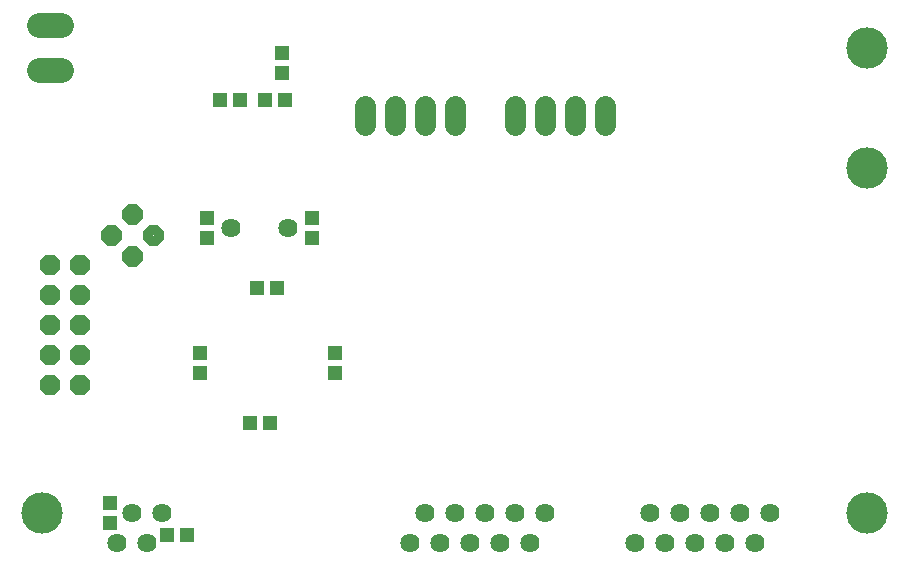
<source format=gbs>
G75*
G70*
%OFA0B0*%
%FSLAX24Y24*%
%IPPOS*%
%LPD*%
%AMOC8*
5,1,8,0,0,1.08239X$1,22.5*
%
%ADD10OC8,0.0680*%
%ADD11C,0.0640*%
%ADD12R,0.0474X0.0513*%
%ADD13R,0.0513X0.0474*%
%ADD14C,0.0144*%
%ADD15C,0.0830*%
%ADD16C,0.0714*%
%ADD17C,0.1379*%
D10*
X005044Y009820D03*
X006044Y009820D03*
X006044Y010820D03*
X005044Y010820D03*
X005044Y011820D03*
X006044Y011820D03*
X006044Y012820D03*
X005044Y012820D03*
X005044Y013820D03*
X006044Y013820D03*
D11*
X007294Y004570D03*
X008294Y004570D03*
X008794Y005570D03*
X007794Y005570D03*
X017044Y004570D03*
X018044Y004570D03*
X019044Y004570D03*
X020044Y004570D03*
X021044Y004570D03*
X021544Y005570D03*
X020544Y005570D03*
X019544Y005570D03*
X018544Y005570D03*
X017544Y005570D03*
X024544Y004570D03*
X025544Y004570D03*
X026544Y004570D03*
X027544Y004570D03*
X028544Y004570D03*
X029044Y005570D03*
X028044Y005570D03*
X027044Y005570D03*
X026044Y005570D03*
X025044Y005570D03*
X012994Y015070D03*
X011094Y015070D03*
D12*
X010294Y015404D03*
X010294Y014735D03*
X013794Y014735D03*
X013794Y015404D03*
X014544Y010904D03*
X014544Y010235D03*
X010044Y010235D03*
X010044Y010904D03*
X007044Y005904D03*
X007044Y005235D03*
X012794Y020235D03*
X012794Y020904D03*
D13*
X012878Y019320D03*
X012209Y019320D03*
X011378Y019320D03*
X010709Y019320D03*
X011959Y013070D03*
X012628Y013070D03*
X012378Y008570D03*
X011709Y008570D03*
X009628Y004820D03*
X008959Y004820D03*
D14*
X008009Y014160D02*
X008081Y014232D01*
X008081Y013994D01*
X007913Y013826D01*
X007675Y013826D01*
X007507Y013994D01*
X007507Y014232D01*
X007675Y014400D01*
X007913Y014400D01*
X008081Y014232D01*
X007973Y014187D01*
X007973Y014039D01*
X007868Y013934D01*
X007720Y013934D01*
X007615Y014039D01*
X007615Y014187D01*
X007720Y014292D01*
X007868Y014292D01*
X007973Y014187D01*
X007865Y014143D01*
X007865Y014083D01*
X007824Y014042D01*
X007764Y014042D01*
X007723Y014083D01*
X007723Y014143D01*
X007764Y014184D01*
X007824Y014184D01*
X007865Y014143D01*
X008716Y014867D02*
X008788Y014939D01*
X008788Y014701D01*
X008620Y014533D01*
X008382Y014533D01*
X008214Y014701D01*
X008214Y014939D01*
X008382Y015107D01*
X008620Y015107D01*
X008788Y014939D01*
X008680Y014894D01*
X008680Y014746D01*
X008575Y014641D01*
X008427Y014641D01*
X008322Y014746D01*
X008322Y014894D01*
X008427Y014999D01*
X008575Y014999D01*
X008680Y014894D01*
X008572Y014850D01*
X008572Y014790D01*
X008531Y014749D01*
X008471Y014749D01*
X008430Y014790D01*
X008430Y014850D01*
X008471Y014891D01*
X008531Y014891D01*
X008572Y014850D01*
X008009Y015574D02*
X008081Y015646D01*
X008081Y015408D01*
X007913Y015240D01*
X007675Y015240D01*
X007507Y015408D01*
X007507Y015646D01*
X007675Y015814D01*
X007913Y015814D01*
X008081Y015646D01*
X007973Y015601D01*
X007973Y015453D01*
X007868Y015348D01*
X007720Y015348D01*
X007615Y015453D01*
X007615Y015601D01*
X007720Y015706D01*
X007868Y015706D01*
X007973Y015601D01*
X007865Y015557D01*
X007865Y015497D01*
X007824Y015456D01*
X007764Y015456D01*
X007723Y015497D01*
X007723Y015557D01*
X007764Y015598D01*
X007824Y015598D01*
X007865Y015557D01*
X007302Y014867D02*
X007374Y014939D01*
X007374Y014701D01*
X007206Y014533D01*
X006968Y014533D01*
X006800Y014701D01*
X006800Y014939D01*
X006968Y015107D01*
X007206Y015107D01*
X007374Y014939D01*
X007266Y014894D01*
X007266Y014746D01*
X007161Y014641D01*
X007013Y014641D01*
X006908Y014746D01*
X006908Y014894D01*
X007013Y014999D01*
X007161Y014999D01*
X007266Y014894D01*
X007158Y014850D01*
X007158Y014790D01*
X007117Y014749D01*
X007057Y014749D01*
X007016Y014790D01*
X007016Y014850D01*
X007057Y014891D01*
X007117Y014891D01*
X007158Y014850D01*
D15*
X005419Y020320D02*
X004669Y020320D01*
X004669Y021820D02*
X005419Y021820D01*
D16*
X015544Y019137D02*
X015544Y018503D01*
X016544Y018503D02*
X016544Y019137D01*
X017544Y019137D02*
X017544Y018503D01*
X018544Y018503D02*
X018544Y019137D01*
X020544Y019137D02*
X020544Y018503D01*
X021544Y018503D02*
X021544Y019137D01*
X022544Y019137D02*
X022544Y018503D01*
X023544Y018503D02*
X023544Y019137D01*
D17*
X032294Y021070D03*
X032294Y017070D03*
X032294Y005570D03*
X004794Y005570D03*
M02*

</source>
